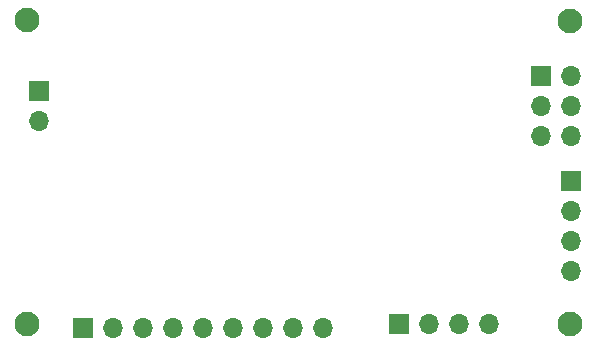
<source format=gbs>
%TF.GenerationSoftware,KiCad,Pcbnew,8.0.5*%
%TF.CreationDate,2025-01-15T00:37:06+05:30*%
%TF.ProjectId,MCU_Datalogger,4d43555f-4461-4746-916c-6f676765722e,1*%
%TF.SameCoordinates,Original*%
%TF.FileFunction,Soldermask,Bot*%
%TF.FilePolarity,Negative*%
%FSLAX46Y46*%
G04 Gerber Fmt 4.6, Leading zero omitted, Abs format (unit mm)*
G04 Created by KiCad (PCBNEW 8.0.5) date 2025-01-15 00:37:06*
%MOMM*%
%LPD*%
G01*
G04 APERTURE LIST*
%ADD10R,1.700000X1.700000*%
%ADD11O,1.700000X1.700000*%
%ADD12C,2.100000*%
G04 APERTURE END LIST*
D10*
%TO.C,BT1*%
X128905000Y-105410000D03*
D11*
X128905000Y-107950000D03*
%TD*%
D10*
%TO.C,J1*%
X173990000Y-113030000D03*
D11*
X173990000Y-115570000D03*
X173990000Y-118110000D03*
X173990000Y-120650000D03*
%TD*%
D10*
%TO.C,J2*%
X159385000Y-125095000D03*
D11*
X161925000Y-125095000D03*
X164465000Y-125095000D03*
X167005000Y-125095000D03*
%TD*%
D12*
%TO.C,H1*%
X127889000Y-125095000D03*
%TD*%
%TO.C,H4*%
X173863000Y-125095000D03*
%TD*%
D10*
%TO.C,J4*%
X171450000Y-104140000D03*
D11*
X173990000Y-104140000D03*
X171450000Y-106680000D03*
X173990000Y-106680000D03*
X171450000Y-109220000D03*
X173990000Y-109220000D03*
%TD*%
D10*
%TO.C,J3*%
X132689600Y-125425200D03*
D11*
X135229600Y-125425200D03*
X137769600Y-125425200D03*
X140309600Y-125425200D03*
X142849600Y-125425200D03*
X145389600Y-125425200D03*
X147929600Y-125425200D03*
X150469600Y-125425200D03*
X153009600Y-125425200D03*
%TD*%
D12*
%TO.C,H3*%
X127889000Y-99390200D03*
%TD*%
%TO.C,H2*%
X173863000Y-99441000D03*
%TD*%
M02*

</source>
